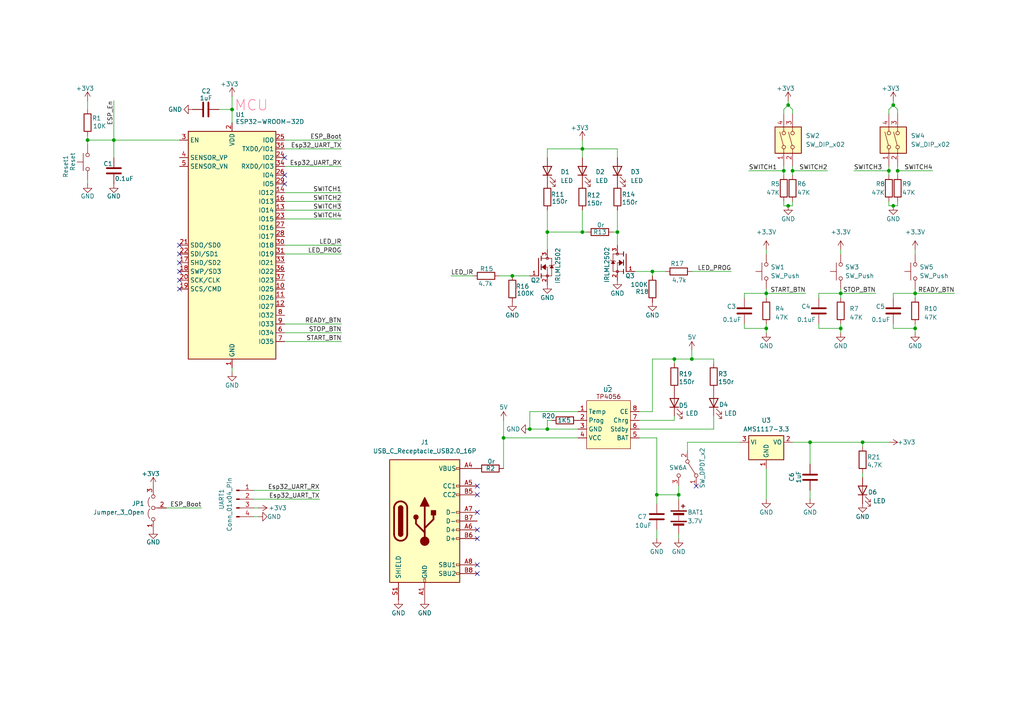
<source format=kicad_sch>
(kicad_sch (version 20231120) (generator "eeschema") (generator_version "8.0")
  (paper "A4")
  (lib_symbols
    (symbol "Connector:Conn_01x04_Pin" (pin_names (offset 1.016) hide)
      (property "Reference" "J" (at 0 5.08 0))
      (property "Value" "Conn_01x04_Pin" (at 0 -7.62 0))
      (symbol "Conn_01x04_Pin_1_1"
        (pin passive line (at 5.08 2.54 180) (length 3.81) (name "Pin_1") (number "1"))
        (pin passive line (at 5.08 0 180) (length 3.81) (name "Pin_2") (number "2"))
        (pin passive line (at 5.08 -2.54 180) (length 3.81) (name "Pin_3") (number "3"))
        (pin passive line (at 5.08 -5.08 180) (length 3.81) (name "Pin_4") (number "4"))
      )
    )
    (symbol "Connector:USB_C_Receptacle_USB2.0_16P" (pin_names (offset 1.016))
      (property "Reference" "J" (at 0 22.225 0))
      (property "Value" "USB_C_Receptacle_USB2.0_16P" (at 0 19.685 0))
      (symbol "USB_C_Receptacle_USB2.0_16P_1_1"
        (pin passive line (at 0 -22.86 90) (length 5.08) (name "GND") (number "A1"))
        (pin passive line (at 0 -22.86 90) (length 5.08) hide (name "GND") (number "A12"))
        (pin passive line (at 15.24 15.24 180) (length 5.08) (name "VBUS") (number "A4"))
        (pin bidirectional line (at 15.24 10.16 180) (length 5.08) (name "CC1") (number "A5"))
        (pin bidirectional line (at 15.24 -2.54 180) (length 5.08) (name "D+") (number "A6"))
        (pin bidirectional line (at 15.24 2.54 180) (length 5.08) (name "D-") (number "A7"))
        (pin bidirectional line (at 15.24 -12.7 180) (length 5.08) (name "SBU1") (number "A8"))
        (pin passive line (at 15.24 15.24 180) (length 5.08) hide (name "VBUS") (number "A9"))
        (pin passive line (at 0 -22.86 90) (length 5.08) hide (name "GND") (number "B1"))
        (pin passive line (at 0 -22.86 90) (length 5.08) hide (name "GND") (number "B12"))
        (pin passive line (at 15.24 15.24 180) (length 5.08) hide (name "VBUS") (number "B4"))
        (pin bidirectional line (at 15.24 7.62 180) (length 5.08) (name "CC2") (number "B5"))
        (pin bidirectional line (at 15.24 -5.08 180) (length 5.08) (name "D+") (number "B6"))
        (pin bidirectional line (at 15.24 0 180) (length 5.08) (name "D-") (number "B7"))
        (pin bidirectional line (at 15.24 -15.24 180) (length 5.08) (name "SBU2") (number "B8"))
        (pin passive line (at 15.24 15.24 180) (length 5.08) hide (name "VBUS") (number "B9"))
        (pin passive line (at -7.62 -22.86 90) (length 5.08) (name "SHIELD") (number "S1"))
      )
    )
    (symbol "Device:Battery" (pin_numbers hide) (pin_names (offset 0) hide)
      (property "Reference" "BT" (at 2.54 2.54 0))
      (property "Value" "Battery" (at 2.54 0 0))
      (symbol "Battery_1_1"
        (pin passive line (at 0 5.08 270) (length 2.54) (name "+") (number "1"))
        (pin passive line (at 0 -5.08 90) (length 2.54) (name "-") (number "2"))
      )
    )
    (symbol "Device:C" (pin_numbers hide) (pin_names (offset 0.254))
      (property "Reference" "C" (at 0.635 2.54 0))
      (property "Value" "C" (at 0.635 -2.54 0))
      (symbol "C_1_1"
        (pin passive line (at 0 3.81 270) (length 2.794) (name "~") (number "1"))
        (pin passive line (at 0 -3.81 90) (length 2.794) (name "~") (number "2"))
      )
    )
    (symbol "Device:LED" (pin_numbers hide) (pin_names (offset 1.016) hide)
      (property "Reference" "D" (at 0 2.54 0))
      (property "Value" "LED" (at 0 -2.54 0))
      (symbol "LED_1_1"
        (pin passive line (at -3.81 0 0) (length 2.54) (name "K") (number "1"))
        (pin passive line (at 3.81 0 180) (length 2.54) (name "A") (number "2"))
      )
    )
    (symbol "Device:R" (pin_numbers hide) (pin_names (offset 0))
      (property "Reference" "R" (at 2.032 0 90))
      (property "Value" "R" (at 0 0 90))
      (symbol "R_1_1"
        (pin passive line (at 0 3.81 270) (length 1.27) (name "~") (number "1"))
        (pin passive line (at 0 -3.81 90) (length 1.27) (name "~") (number "2"))
      )
    )
    (symbol "IRLML2502_1" (pin_names (offset 1.016))
      (property "Reference" "Q2" (at 3.175 1.2701 0))
      (property "Value" "IRLML2502" (at 3.175 -1.2699 0))
      (symbol "IRLML2502_1_0_0"
        (pin passive line (at 12.065 -2.54 180) (length 2.54) (name "~") (number "1"))
        (pin passive line (at 6.985 -5.08 90) (length 2.54) (name "~") (number "2"))
        (pin passive line (at 6.985 5.08 270) (length 2.54) (name "~") (number "3"))
      )
    )
    (symbol "Jumper:Jumper_3_Open" (pin_names (offset 0) hide) (exclude_from_sim yes) (in_bom no)
      (property "Reference" "JP" (at -2.54 -2.54 0))
      (property "Value" "Jumper_3_Open" (at 0 2.794 0))
      (symbol "Jumper_3_Open_1_1"
        (pin passive line (at -6.35 0 0) (length 2.54) (name "A") (number "1"))
        (pin passive line (at 0 -3.81 90) (length 2.54) (name "C") (number "2"))
        (pin passive line (at 6.35 0 180) (length 2.54) (name "B") (number "3"))
      )
    )
    (symbol "Perico:IRLML2502" (pin_names (offset 1.016))
      (property "Reference" "Q" (at -8.89 2.54 0))
      (property "Value" "IRLML2502" (at -9.144 -6.858 0))
      (symbol "IRLML2502_0_0"
        (pin passive line (at -2.54 -2.54 0) (length 2.54) (name "~") (number "1"))
        (pin passive line (at 2.54 -5.08 90) (length 2.54) (name "~") (number "2"))
        (pin passive line (at 2.54 5.08 270) (length 2.54) (name "~") (number "3"))
      )
    )
    (symbol "Perico:TP4056"
      (property "Reference" "U" (at 0 0 0))
      (symbol "TP4056_0_0"
        (pin unspecified line (at 0 0 0) (length 2.54) (name "Temp") (number "1"))
        (pin unspecified line (at 0 -2.54 0) (length 2.54) (name "Prog") (number "2"))
        (pin unspecified line (at 0 -5.08 0) (length 2.54) (name "GND") (number "3"))
        (pin unspecified line (at 0 -7.62 0) (length 2.54) (name "VCC") (number "4"))
        (pin unspecified line (at 17.78 -7.62 180) (length 2.54) (name "BAT") (number "5"))
        (pin unspecified line (at 17.78 -5.08 180) (length 2.54) (name "Stdby") (number "6"))
        (pin unspecified line (at 17.78 -2.54 180) (length 2.54) (name "Chrg") (number "7"))
      )
      (symbol "TP4056_1_0"
        (pin unspecified line (at 17.78 0 180) (length 2.54) (name "CE") (number "8"))
      )
      (symbol "TP4056_1_1"
        (text "TP4056\n" (at 8.89 4.318 0) (effects (font (size 1.27 1.27))))
      )
    )
    (symbol "RF_Module:ESP32-WROOM-32D"
      (property "Reference" "U" (at -12.7 34.29 0))
      (property "Value" "ESP32-WROOM-32D" (at 1.27 34.29 0))
      (symbol "ESP32-WROOM-32D_1_1"
        (pin power_in line (at 0 -35.56 90) (length 2.54) (name "GND") (number "1"))
        (pin bidirectional line (at 15.24 -12.7 180) (length 2.54) (name "IO25") (number "10"))
        (pin bidirectional line (at 15.24 -15.24 180) (length 2.54) (name "IO26") (number "11"))
        (pin bidirectional line (at 15.24 -17.78 180) (length 2.54) (name "IO27") (number "12"))
        (pin bidirectional line (at 15.24 10.16 180) (length 2.54) (name "IO14") (number "13"))
        (pin bidirectional line (at 15.24 15.24 180) (length 2.54) (name "IO12") (number "14"))
        (pin passive line (at 0 -35.56 90) (length 2.54) hide (name "GND") (number "15"))
        (pin bidirectional line (at 15.24 12.7 180) (length 2.54) (name "IO13") (number "16"))
        (pin bidirectional line (at -15.24 -5.08 0) (length 2.54) (name "SHD/SD2") (number "17"))
        (pin bidirectional line (at -15.24 -7.62 0) (length 2.54) (name "SWP/SD3") (number "18"))
        (pin bidirectional line (at -15.24 -12.7 0) (length 2.54) (name "SCS/CMD") (number "19"))
        (pin power_in line (at 0 35.56 270) (length 2.54) (name "VDD") (number "2"))
        (pin bidirectional line (at -15.24 -10.16 0) (length 2.54) (name "SCK/CLK") (number "20"))
        (pin bidirectional line (at -15.24 0 0) (length 2.54) (name "SDO/SD0") (number "21"))
        (pin bidirectional line (at -15.24 -2.54 0) (length 2.54) (name "SDI/SD1") (number "22"))
        (pin bidirectional line (at 15.24 7.62 180) (length 2.54) (name "IO15") (number "23"))
        (pin bidirectional line (at 15.24 25.4 180) (length 2.54) (name "IO2") (number "24"))
        (pin bidirectional line (at 15.24 30.48 180) (length 2.54) (name "IO0") (number "25"))
        (pin bidirectional line (at 15.24 20.32 180) (length 2.54) (name "IO4") (number "26"))
        (pin bidirectional line (at 15.24 5.08 180) (length 2.54) (name "IO16") (number "27"))
        (pin bidirectional line (at 15.24 2.54 180) (length 2.54) (name "IO17") (number "28"))
        (pin bidirectional line (at 15.24 17.78 180) (length 2.54) (name "IO5") (number "29"))
        (pin input line (at -15.24 30.48 0) (length 2.54) (name "EN") (number "3"))
        (pin bidirectional line (at 15.24 0 180) (length 2.54) (name "IO18") (number "30"))
        (pin bidirectional line (at 15.24 -2.54 180) (length 2.54) (name "IO19") (number "31"))
        (pin no_connect line (at -12.7 -27.94 0) (length 2.54) hide (name "NC") (number "32"))
        (pin bidirectional line (at 15.24 -5.08 180) (length 2.54) (name "IO21") (number "33"))
        (pin bidirectional line (at 15.24 22.86 180) (length 2.54) (name "RXD0/IO3") (number "34"))
        (pin bidirectional line (at 15.24 27.94 180) (length 2.54) (name "TXD0/IO1") (number "35"))
        (pin bidirectional line (at 15.24 -7.62 180) (length 2.54) (name "IO22") (number "36"))
        (pin bidirectional line (at 15.24 -10.16 180) (length 2.54) (name "IO23") (number "37"))
        (pin passive line (at 0 -35.56 90) (length 2.54) hide (name "GND") (number "38"))
        (pin passive line (at 0 -35.56 90) (length 2.54) hide (name "GND") (number "39"))
        (pin input line (at -15.24 25.4 0) (length 2.54) (name "SENSOR_VP") (number "4"))
        (pin input line (at -15.24 22.86 0) (length 2.54) (name "SENSOR_VN") (number "5"))
        (pin input line (at 15.24 -25.4 180) (length 2.54) (name "IO34") (number "6"))
        (pin input line (at 15.24 -27.94 180) (length 2.54) (name "IO35") (number "7"))
        (pin bidirectional line (at 15.24 -20.32 180) (length 2.54) (name "IO32") (number "8"))
        (pin bidirectional line (at 15.24 -22.86 180) (length 2.54) (name "IO33") (number "9"))
      )
    )
    (symbol "Regulator_Linear:AMS1117-3.3"
      (property "Reference" "U" (at -3.81 3.175 0))
      (property "Value" "AMS1117-3.3" (at 0 3.175 0))
      (symbol "AMS1117-3.3_1_1"
        (pin power_in line (at 0 -7.62 90) (length 2.54) (name "GND") (number "1"))
        (pin power_out line (at 7.62 0 180) (length 2.54) (name "VO") (number "2"))
        (pin power_in line (at -7.62 0 0) (length 2.54) (name "VI") (number "3"))
      )
    )
    (symbol "Switch:SW_DIP_x02" (pin_names (offset 0) hide)
      (property "Reference" "SW" (at 0 6.35 0))
      (property "Value" "SW_DIP_x02" (at 0 -3.81 0))
      (symbol "SW_DIP_x02_1_1"
        (pin passive line (at -7.62 2.54 0) (length 5.08) (name "~") (number "1"))
        (pin passive line (at -7.62 0 0) (length 5.08) (name "~") (number "2"))
        (pin passive line (at 7.62 0 180) (length 5.08) (name "~") (number "3"))
        (pin passive line (at 7.62 2.54 180) (length 5.08) (name "~") (number "4"))
      )
    )
    (symbol "Switch:SW_DPDT_x2" (pin_names (offset 0) hide)
      (property "Reference" "SW" (at 0 4.318 0))
      (property "Value" "SW_DPDT_x2" (at 0 -5.08 0))
      (symbol "SW_DPDT_x2_1_1"
        (pin passive line (at 5.08 2.54 180) (length 2.54) (name "A") (number "1"))
        (pin passive line (at -5.08 0 0) (length 2.54) (name "B") (number "2"))
        (pin passive line (at 5.08 -2.54 180) (length 2.54) (name "C") (number "3"))
      )
      (symbol "SW_DPDT_x2_2_1"
        (pin passive line (at 5.08 2.54 180) (length 2.54) (name "A") (number "4"))
        (pin passive line (at -5.08 0 0) (length 2.54) (name "B") (number "5"))
        (pin passive line (at 5.08 -2.54 180) (length 2.54) (name "C") (number "6"))
      )
    )
    (symbol "Switch:SW_Push" (pin_numbers hide) (pin_names (offset 1.016) hide)
      (property "Reference" "SW" (at 1.27 2.54 0))
      (property "Value" "SW_Push" (at 0 -1.524 0))
      (symbol "SW_Push_0_1"
        (pin passive line (at -5.08 0 0) (length 2.54) (name "1") (number "1"))
        (pin passive line (at 5.08 0 180) (length 2.54) (name "2") (number "2"))
      )
    )
    (symbol "power:+3.3V" (power) (pin_names (offset 0))
      (property "Value" "+3.3V" (at 0 3.556 0))
      (symbol "+3.3V_1_1"
        (pin power_in line (at 0 0 90) (length 0) hide (name "+3.3V") (number "1"))
      )
    )
    (symbol "power:+3V3" (power) (pin_numbers hide) (pin_names (offset 0) hide)
      (property "Value" "+3V3" (at 0 3.556 0))
      (symbol "+3V3_1_1"
        (pin power_in line (at 0 0 90) (length 0) (name "~") (number "1"))
      )
    )
    (symbol "power:GND" (power) (pin_numbers hide) (pin_names (offset 0) hide)
      (property "Value" "GND" (at 0 -3.81 0))
      (symbol "GND_1_1"
        (pin power_in line (at 0 0 270) (length 0) (name "~") (number "1"))
      )
    )
  )
  (junction (at 257.81 49.53))
  (junction (at 250.19 128.27))
  (junction (at 67.31 31.75))
  (junction (at 189.23 78.74))
  (junction (at 243.84 85.09))
  (junction (at 265.43 85.09))
  (junction (at 168.91 67.31))
  (junction (at 179.07 67.31))
  (junction (at 190.5 143.51))
  (junction (at 243.84 95.25))
  (junction (at 234.95 128.27))
  (junction (at 222.25 85.09))
  (junction (at 228.6 30.48))
  (junction (at 260.35 49.53))
  (junction (at 259.08 59.69))
  (junction (at 168.91 43.18))
  (junction (at 158.75 124.46))
  (junction (at 153.67 124.46))
  (junction (at 228.6 59.69))
  (junction (at 195.58 104.14))
  (junction (at 146.05 127))
  (junction (at 33.02 40.64))
  (junction (at 158.75 67.31))
  (junction (at 259.08 30.48))
  (junction (at 229.87 49.53))
  (junction (at 222.25 95.25))
  (junction (at 25.4 40.64))
  (junction (at 148.59 80.01))
  (junction (at 227.33 49.53))
  (junction (at 200.66 104.14))
  (junction (at 265.43 95.25))
  (junction (at 196.85 143.51))
  (no_connect (at 52.07 81.28))
  (no_connect (at 201.93 140.97))
  (no_connect (at 82.55 53.34))
  (no_connect (at 138.43 140.97))
  (no_connect (at 52.07 73.66))
  (no_connect (at 82.55 50.8))
  (no_connect (at 138.43 156.21))
  (no_connect (at 52.07 71.12))
  (no_connect (at 138.43 153.67))
  (no_connect (at 82.55 45.72))
  (no_connect (at 138.43 143.51))
  (no_connect (at 138.43 163.83))
  (no_connect (at 138.43 148.59))
  (no_connect (at 52.07 78.74))
  (no_connect (at 52.07 83.82))
  (no_connect (at 138.43 166.37))
  (no_connect (at 52.07 76.2))
  (wire (pts (xy 229.87 31.75) (xy 229.87 33.02)))
  (wire (pts (xy 196.85 156.21) (xy 196.85 154.94)))
  (wire (pts (xy 25.4 52.07) (xy 25.4 53.34)))
  (wire (pts (xy 82.55 48.26) (xy 99.06 48.26)))
  (wire (pts (xy 158.75 124.46) (xy 167.64 124.46)))
  (wire (pts (xy 265.43 85.09) (xy 259.08 85.09)))
  (wire (pts (xy 82.55 96.52) (xy 99.06 96.52)))
  (wire (pts (xy 227.33 58.42) (xy 227.33 59.69)))
  (wire (pts (xy 179.07 67.31) (xy 177.8 67.31)))
  (wire (pts (xy 257.81 31.75) (xy 257.81 33.02)))
  (wire (pts (xy 73.66 147.32) (xy 74.93 147.32)))
  (wire (pts (xy 168.91 43.18) (xy 179.07 43.18)))
  (wire (pts (xy 148.59 80.01) (xy 153.67 80.01)))
  (wire (pts (xy 185.42 127) (xy 190.5 127)))
  (wire (pts (xy 82.55 55.88) (xy 99.06 55.88)))
  (wire (pts (xy 265.43 83.82) (xy 265.43 85.09)))
  (wire (pts (xy 82.55 99.06) (xy 99.06 99.06)))
  (wire (pts (xy 215.9 85.09) (xy 215.9 86.36)))
  (wire (pts (xy 257.81 48.26) (xy 257.81 49.53)))
  (wire (pts (xy 168.91 40.64) (xy 168.91 43.18)))
  (wire (pts (xy 222.25 85.09) (xy 233.68 85.09)))
  (wire (pts (xy 195.58 104.14) (xy 200.66 104.14)))
  (wire (pts (xy 158.75 121.92) (xy 158.75 124.46)))
  (wire (pts (xy 257.81 49.53) (xy 257.81 50.8)))
  (wire (pts (xy 189.23 78.74) (xy 193.04 78.74)))
  (wire (pts (xy 82.55 43.18) (xy 99.06 43.18)))
  (wire (pts (xy 260.35 31.75) (xy 259.08 30.48)))
  (wire (pts (xy 222.25 85.09) (xy 215.9 85.09)))
  (wire (pts (xy 234.95 128.27) (xy 250.19 128.27)))
  (wire (pts (xy 67.31 31.75) (xy 67.31 35.56)))
  (wire (pts (xy 228.6 59.69) (xy 229.87 59.69)))
  (wire (pts (xy 265.43 85.09) (xy 265.43 86.36)))
  (wire (pts (xy 168.91 43.18) (xy 168.91 45.72)))
  (wire (pts (xy 144.78 80.01) (xy 148.59 80.01)))
  (wire (pts (xy 25.4 39.37) (xy 25.4 40.64)))
  (wire (pts (xy 158.75 67.31) (xy 168.91 67.31)))
  (wire (pts (xy 260.35 49.53) (xy 270.51 49.53)))
  (wire (pts (xy 73.66 142.24) (xy 92.71 142.24)))
  (wire (pts (xy 237.49 95.25) (xy 243.84 95.25)))
  (wire (pts (xy 25.4 40.64) (xy 33.02 40.64)))
  (wire (pts (xy 259.08 93.98) (xy 259.08 95.25)))
  (wire (pts (xy 250.19 137.16) (xy 250.19 138.43)))
  (wire (pts (xy 82.55 58.42) (xy 99.06 58.42)))
  (wire (pts (xy 195.58 104.14) (xy 195.58 105.41)))
  (wire (pts (xy 190.5 127) (xy 190.5 143.51)))
  (wire (pts (xy 215.9 93.98) (xy 215.9 95.25)))
  (wire (pts (xy 73.66 144.78) (xy 92.71 144.78)))
  (wire (pts (xy 259.08 95.25) (xy 265.43 95.25)))
  (wire (pts (xy 158.75 121.92) (xy 160.02 121.92)))
  (wire (pts (xy 237.49 85.09) (xy 237.49 86.36)))
  (wire (pts (xy 259.08 59.69) (xy 260.35 59.69)))
  (wire (pts (xy 73.66 149.86) (xy 74.93 149.86)))
  (wire (pts (xy 234.95 142.24) (xy 234.95 144.78)))
  (wire (pts (xy 158.75 67.31) (xy 158.75 72.39)))
  (wire (pts (xy 229.87 49.53) (xy 229.87 50.8)))
  (wire (pts (xy 25.4 29.21) (xy 25.4 31.75)))
  (wire (pts (xy 82.55 40.64) (xy 99.06 40.64)))
  (wire (pts (xy 222.25 72.39) (xy 222.25 73.66)))
  (wire (pts (xy 199.39 128.27) (xy 199.39 130.81)))
  (wire (pts (xy 257.81 31.75) (xy 259.08 30.48)))
  (wire (pts (xy 179.07 60.96) (xy 179.07 67.31)))
  (wire (pts (xy 146.05 121.92) (xy 146.05 127)))
  (wire (pts (xy 243.84 95.25) (xy 243.84 96.52)))
  (wire (pts (xy 229.87 31.75) (xy 228.6 30.48)))
  (wire (pts (xy 260.35 48.26) (xy 260.35 49.53)))
  (wire (pts (xy 189.23 104.14) (xy 189.23 119.38)))
  (wire (pts (xy 243.84 85.09) (xy 254 85.09)))
  (wire (pts (xy 250.19 128.27) (xy 257.81 128.27)))
  (wire (pts (xy 153.67 119.38) (xy 167.64 119.38)))
  (wire (pts (xy 222.25 93.98) (xy 222.25 95.25)))
  (wire (pts (xy 260.35 31.75) (xy 260.35 33.02)))
  (wire (pts (xy 265.43 85.09) (xy 276.86 85.09)))
  (wire (pts (xy 168.91 67.31) (xy 170.18 67.31)))
  (wire (pts (xy 215.9 95.25) (xy 222.25 95.25)))
  (wire (pts (xy 229.87 59.69) (xy 229.87 58.42)))
  (wire (pts (xy 185.42 124.46) (xy 207.01 124.46)))
  (wire (pts (xy 243.84 93.98) (xy 243.84 95.25)))
  (wire (pts (xy 190.5 153.67) (xy 190.5 156.21)))
  (wire (pts (xy 227.33 48.26) (xy 227.33 49.53)))
  (wire (pts (xy 130.81 80.01) (xy 137.16 80.01)))
  (wire (pts (xy 82.55 71.12) (xy 99.06 71.12)))
  (wire (pts (xy 158.75 60.96) (xy 158.75 67.31)))
  (wire (pts (xy 217.17 49.53) (xy 227.33 49.53)))
  (wire (pts (xy 196.85 143.51) (xy 196.85 140.97)))
  (wire (pts (xy 265.43 72.39) (xy 265.43 73.66)))
  (wire (pts (xy 67.31 27.94) (xy 67.31 31.75)))
  (wire (pts (xy 158.75 43.18) (xy 158.75 45.72)))
  (wire (pts (xy 265.43 93.98) (xy 265.43 95.25)))
  (wire (pts (xy 48.26 147.32) (xy 58.42 147.32)))
  (wire (pts (xy 257.81 58.42) (xy 257.81 59.69)))
  (wire (pts (xy 25.4 40.64) (xy 25.4 41.91)))
  (wire (pts (xy 184.15 78.74) (xy 189.23 78.74)))
  (wire (pts (xy 243.84 85.09) (xy 237.49 85.09)))
  (wire (pts (xy 243.84 72.39) (xy 243.84 73.66)))
  (wire (pts (xy 196.85 144.78) (xy 196.85 143.51)))
  (wire (pts (xy 265.43 95.25) (xy 265.43 96.52)))
  (wire (pts (xy 243.84 85.09) (xy 243.84 86.36)))
  (wire (pts (xy 260.35 59.69) (xy 260.35 58.42)))
  (wire (pts (xy 190.5 143.51) (xy 196.85 143.51)))
  (wire (pts (xy 82.55 63.5) (xy 99.06 63.5)))
  (wire (pts (xy 227.33 31.75) (xy 228.6 30.48)))
  (wire (pts (xy 146.05 135.89) (xy 146.05 127)))
  (wire (pts (xy 200.66 78.74) (xy 212.09 78.74)))
  (wire (pts (xy 229.87 128.27) (xy 234.95 128.27)))
  (wire (pts (xy 179.07 67.31) (xy 179.07 71.12)))
  (wire (pts (xy 189.23 78.74) (xy 189.23 80.01)))
  (wire (pts (xy 82.55 93.98) (xy 99.06 93.98)))
  (wire (pts (xy 199.39 128.27) (xy 214.63 128.27)))
  (wire (pts (xy 257.81 59.69) (xy 259.08 59.69)))
  (wire (pts (xy 228.6 29.21) (xy 228.6 30.48)))
  (wire (pts (xy 250.19 129.54) (xy 250.19 128.27)))
  (wire (pts (xy 82.55 73.66) (xy 99.06 73.66)))
  (wire (pts (xy 195.58 120.65) (xy 195.58 121.92)))
  (wire (pts (xy 259.08 29.21) (xy 259.08 30.48)))
  (wire (pts (xy 189.23 104.14) (xy 195.58 104.14)))
  (wire (pts (xy 227.33 49.53) (xy 227.33 50.8)))
  (wire (pts (xy 33.02 40.64) (xy 52.07 40.64)))
  (wire (pts (xy 146.05 127) (xy 167.64 127)))
  (wire (pts (xy 67.31 107.95) (xy 67.31 106.68)))
  (wire (pts (xy 200.66 101.6) (xy 200.66 104.14)))
  (wire (pts (xy 33.02 29.21) (xy 33.02 40.64)))
  (wire (pts (xy 222.25 83.82) (xy 222.25 85.09)))
  (wire (pts (xy 158.75 43.18) (xy 168.91 43.18)))
  (wire (pts (xy 222.25 85.09) (xy 222.25 86.36)))
  (wire (pts (xy 200.66 104.14) (xy 207.01 104.14)))
  (wire (pts (xy 33.02 40.64) (xy 33.02 45.72)))
  (wire (pts (xy 222.25 144.78) (xy 222.25 135.89)))
  (wire (pts (xy 229.87 49.53) (xy 240.03 49.53)))
  (wire (pts (xy 207.01 120.65) (xy 207.01 124.46)))
  (wire (pts (xy 185.42 121.92) (xy 195.58 121.92)))
  (wire (pts (xy 82.55 60.96) (xy 99.06 60.96)))
  (wire (pts (xy 168.91 60.96) (xy 168.91 67.31)))
  (wire (pts (xy 185.42 119.38) (xy 189.23 119.38)))
  (wire (pts (xy 63.5 31.75) (xy 67.31 31.75)))
  (wire (pts (xy 237.49 93.98) (xy 237.49 95.25)))
  (wire (pts (xy 260.35 49.53) (xy 260.35 50.8)))
  (wire (pts (xy 227.33 59.69) (xy 228.6 59.69)))
  (wire (pts (xy 243.84 83.82) (xy 243.84 85.09)))
  (wire (pts (xy 227.33 31.75) (xy 227.33 33.02)))
  (wire (pts (xy 234.95 128.27) (xy 234.95 134.62)))
  (wire (pts (xy 247.65 49.53) (xy 257.81 49.53)))
  (wire (pts (xy 153.67 124.46) (xy 158.75 124.46)))
  (wire (pts (xy 190.5 146.05) (xy 190.5 143.51)))
  (wire (pts (xy 207.01 104.14) (xy 207.01 105.41)))
  (wire (pts (xy 259.08 85.09) (xy 259.08 86.36)))
  (wire (pts (xy 179.07 43.18) (xy 179.07 45.72)))
  (wire (pts (xy 229.87 48.26) (xy 229.87 49.53)))
  (wire (pts (xy 222.25 95.25) (xy 222.25 96.52)))
  (wire (pts (xy 153.67 119.38) (xy 153.67 124.46)))
  (text "MCU\n" (at 72.898 30.734 0) (effects (font (size 3.048 3.048))))
  (label "START_BTN" (at 99.06 99.06 180))
  (label "Esp32_UART_TX" (at 99.06 43.18 180))
  (label "SWITCH4" (at 270.51 49.53 180))
  (label "LED_PROG" (at 99.06 73.66 180))
  (label "Esp32_UART_RX" (at 99.06 48.26 180))
  (label "LED_PROG" (at 212.09 78.74 180))
  (label "SWITCH2" (at 99.06 58.42 180))
  (label "ESP_En" (at 33.02 29.21 270))
  (label "ESP_Boot" (at 58.42 147.32 180))
  (label "STOP_BTN" (at 99.06 96.52 180))
  (label "SWITCH3" (at 99.06 60.96 180))
  (label "Esp32_UART_RX" (at 92.71 142.24 180))
  (label "START_BTN" (at 233.68 85.09 180))
  (label "Esp32_UART_TX" (at 92.71 144.78 180))
  (label "SWITCH1" (at 99.06 55.88 180))
  (label "SWITCH1" (at 217.17 49.53 0))
  (label "SWITCH3" (at 247.65 49.53 0))
  (label "SWITCH2" (at 240.03 49.53 180))
  (label "LED_IR" (at 130.81 80.01 0))
  (label "SWITCH4" (at 99.06 63.5 180))
  (label "ESP_Boot" (at 99.06 40.64 180))
  (label "READY_BTN" (at 99.06 93.98 180))
  (label "LED_IR" (at 99.06 71.12 180))
  (label "STOP_BTN" (at 254 85.09 180))
  (label "READY_BTN" (at 276.86 85.09 180))
  (symbol (lib_id "Device:R") (at 168.91 57.15 0) (unit 1)
    (property "Reference" "R12" (at 170.18 56.642 0) (effects (justify left)))
    (property "Value" "150r" (at 170.18 58.928 0) (effects (justify left)))
    (property "Footprint" "Resistor_SMD:R_0805_2012Metric_Pad1.20x1.40mm_HandSolder" (effects (hide yes)))
    (property "Description" "Resistor" (effects (hide yes)))
  )
  (symbol (lib_id "power:+3V3") (at 228.6 29.21 0) (unit 1)
    (property "Reference" "#PWR015" (effects (hide yes)))
    (property "Value" "+3V3" (at 227.838 25.654 0))
    (property "Description" "Power symbol creates a global label with name \"+3V3\"" (effects (hide yes)))
  )
  (symbol (lib_id "Device:R") (at 265.43 90.17 0) (unit 1)
    (property "Reference" "R10" (at 267.97 89.535 0) (effects (justify left)))
    (property "Value" "47K" (at 267.97 92.075 0) (effects (justify left)))
    (property "Footprint" "Resistor_SMD:R_0805_2012Metric_Pad1.20x1.40mm_HandSolder" (effects (hide yes)))
  )
  (symbol (lib_id "power:+3.3V") (at 265.43 72.39 0) (unit 1)
    (property "Reference" "#PWR021" (effects (hide yes)))
    (property "Value" "+3.3V" (at 265.43 67.31 0))
  )
  (symbol (lib_id "power:GND") (at 148.59 87.63 0) (unit 1)
    (property "Reference" "#PWR028" (effects (hide yes)))
    (property "Value" "GND" (at 148.59 91.44 0))
    (property "Description" "Power symbol creates a global label with name \"GND\" , ground" (effects (hide yes)))
  )
  (symbol (lib_id "Device:R") (at 148.59 83.82 0) (unit 1)
    (property "Reference" "R16" (at 149.606 83.058 0) (effects (justify left)))
    (property "Value" "100K" (at 149.86 85.09 0) (effects (justify left)))
    (property "Footprint" "Resistor_SMD:R_0805_2012Metric_Pad1.20x1.40mm_HandSolder" (effects (hide yes)))
    (property "Description" "Resistor" (effects (hide yes)))
  )
  (symbol (lib_id "power:GND") (at 123.19 173.99 0) (unit 1)
    (property "Reference" "#PWR030" (effects (hide yes)))
    (property "Value" "GND" (at 123.19 177.8 0))
    (property "Description" "Power symbol creates a global label with name \"GND\" , ground" (effects (hide yes)))
  )
  (symbol (lib_id "Device:R") (at 207.01 109.22 0) (unit 1)
    (property "Reference" "R3" (at 208.28 108.458 0) (effects (justify left)))
    (property "Value" "150r" (at 208.28 110.744 0) (effects (justify left)))
    (property "Footprint" "Resistor_SMD:R_0805_2012Metric_Pad1.20x1.40mm_HandSolder" (effects (hide yes)))
    (property "Description" "Resistor" (effects (hide yes)))
  )
  (symbol (lib_id "power:GND") (at 179.07 81.28 0) (unit 1)
    (property "Reference" "#PWR025" (effects (hide yes)))
    (property "Value" "GND" (at 179.07 85.09 0))
    (property "Description" "Power symbol creates a global label with name \"GND\" , ground" (effects (hide yes)))
  )
  (symbol (lib_id "Device:R") (at 142.24 135.89 90) (unit 1)
    (property "Reference" "R2" (at 142.24 135.89 90))
    (property "Value" "0r" (at 142.494 133.858 90))
    (property "Footprint" "Resistor_SMD:R_0805_2012Metric_Pad1.20x1.40mm_HandSolder" (effects (hide yes)))
    (property "Description" "Resistor" (effects (hide yes)))
  )
  (symbol (lib_id "power:GND") (at 222.25 144.78 0) (unit 1)
    (property "Reference" "#PWR029" (effects (hide yes)))
    (property "Value" "GND" (at 222.25 148.59 0))
    (property "Description" "Power symbol creates a global label with name \"GND\" , ground" (effects (hide yes)))
  )
  (symbol (lib_id "power:GND") (at 259.08 59.69 0) (unit 1)
    (property "Reference" "#PWR020" (effects (hide yes)))
    (property "Value" "GND" (at 259.08 63.5 0))
  )
  (symbol (lib_id "Device:R") (at 243.84 90.17 0) (unit 1)
    (property "Reference" "R7" (at 246.38 89.535 0) (effects (justify left)))
    (property "Value" "47K" (at 246.38 92.075 0) (effects (justify left)))
    (property "Footprint" "Resistor_SMD:R_0805_2012Metric_Pad1.20x1.40mm_HandSolder" (effects (hide yes)))
  )
  (symbol (lib_id "power:GND") (at 228.6 59.69 0) (unit 1)
    (property "Reference" "#PWR016" (effects (hide yes)))
    (property "Value" "GND" (at 228.6 63.5 0))
  )
  (symbol (lib_id "Switch:SW_DPDT_x2") (at 199.39 135.89 270) (unit 1)
    (property "Reference" "SW6" (at 194.056 135.636 90) (effects (justify left)))
    (property "Value" "SW_DPDT_x2" (at 203.708 129.794 0) (effects (justify left)))
    (property "Footprint" "Button_Switch_SMD:SW_SPDT_PCM12" (effects (hide yes)))
    (property "Aliexpress" "https://es.aliexpress.com/item/32963237441.html" (effects (hide yes)))
  )
  (symbol (lib_name "IRLML2502_1") (lib_id "Perico:IRLML2502") (at 172.085 76.2 0) (unit 1)
    (property "Reference" "Q3" (at 181.356 80.01 0) (effects (justify left)))
    (property "Value" "IRLML2502" (at 176.022 82.042 90) (effects (justify left)))
    (property "Footprint" "Perico:SOT23(IRLML2502)" (effects (hide yes)))
    (property "MF" "Infineon Technologies" (effects (hide yes)))
    (property "MAXIMUM_PACKAGE_HEIGHT" "1.12 mm" (effects (hide yes)))
    (property "Package" "SOT-23-3 International Rectifier" (effects (hide yes)))
    (property "Price" "None" (effects (hide yes)))
    (property "Check_prices" "https://www.snapeda.com/parts/IRLML2502/Infineon+Technologies/view-part/?ref=eda" (effects (hide yes)))
    (property "STANDARD" "IPC 7351B" (effects (hide yes)))
    (property "PARTREV" "April 24, 2014" (effects (hide yes)))
    (property "SnapEDA_Link" "https://www.snapeda.com/parts/IRLML2502/Infineon+Technologies/view-part/?ref=snap" (effects (hide yes)))
    (property "SNAPEDA_PACKAGE_ID" "11907" (effects (hide yes)))
    (property "MP" "IRLML2502" (effects (hide yes)))
    (property "Purchase-URL" "https://www.snapeda.com/api/url_track_click_mouser/?unipart_id=453707&manufacturer=Infineon Technologies&part_name=IRLML2502&search_term=None" (effects (hide yes)))
    (property "Description_1" "\nN-Channel 20 V 4.2A (Ta) 1.25W (Ta) Surface Mount Micro3â„¢ /SOT-23\n" (effects (hide yes)))
    (property "SNAPEDA_PN" "IRLML2502" (effects (hide yes)))
    (property "Availability" "In Stock" (effects (hide yes)))
    (property "MANUFACTURER" "Infineon Technologies" (effects (hide yes)))
  )
  (symbol (lib_id "Device:R") (at 229.87 54.61 0) (unit 1)
    (property "Reference" "R6" (at 231.14 53.34 0) (effects (justify left)))
    (property "Value" "47K" (at 231.14 55.88 0) (effects (justify left)))
    (property "Footprint" "Resistor_SMD:R_0805_2012Metric_Pad1.20x1.40mm_HandSolder" (effects (hide yes)))
  )
  (symbol (lib_id "Device:LED") (at 168.91 49.53 90) (unit 1)
    (property "Reference" "D2" (at 172.72 49.8474 90) (effects (justify right)))
    (property "Value" "LED" (at 172.72 52.3874 90) (effects (justify right)))
    (property "Footprint" "LED_THT:LED_D5.0mm_Horizontal_O3.81mm_Z15.0mm" (effects (hide yes)))
    (property "Description" "Light emitting diode" (effects (hide yes)))
  )
  (symbol (lib_id "power:GND") (at 158.75 82.55 0) (unit 1)
    (property "Reference" "#PWR023" (effects (hide yes)))
    (property "Value" "GND" (at 158.75 86.36 0))
    (property "Description" "Power symbol creates a global label with name \"GND\" , ground" (effects (hide yes)))
  )
  (symbol (lib_id "power:GND") (at 190.5 156.21 0) (unit 1)
    (property "Reference" "#PWR035" (effects (hide yes)))
    (property "Value" "GND" (at 190.5 160.02 0))
    (property "Description" "Power symbol creates a global label with name \"GND\" , ground" (effects (hide yes)))
  )
  (symbol (lib_id "power:GND") (at 234.95 144.78 0) (unit 1)
    (property "Reference" "#PWR026" (effects (hide yes)))
    (property "Value" "GND" (at 234.95 148.59 0))
    (property "Description" "Power symbol creates a global label with name \"GND\" , ground" (effects (hide yes)))
  )
  (symbol (lib_id "power:GND") (at 33.02 53.34 0) (unit 1)
    (property "Reference" "#PWR03" (effects (hide yes)))
    (property "Value" "GND" (at 33.02 56.896 0))
    (property "Description" "Power symbol creates a global label with name \"GND\" , ground" (effects (hide yes)))
  )
  (symbol (lib_id "Device:R") (at 173.99 67.31 90) (unit 1)
    (property "Reference" "R13" (at 173.99 67.31 90))
    (property "Value" "0r" (at 174.244 65.278 90))
    (property "Footprint" "Resistor_SMD:R_0805_2012Metric_Pad1.20x1.40mm_HandSolder" (effects (hide yes)))
    (property "Description" "Resistor" (effects (hide yes)))
  )
  (symbol (lib_id "power:+3.3V") (at 200.66 101.6 0) (unit 1)
    (property "Reference" "#PWR032" (effects (hide yes)))
    (property "Value" "5V" (at 200.66 97.79 0))
  )
  (symbol (lib_id "Device:R") (at 25.4 35.56 0) (unit 1)
    (property "Reference" "R1" (at 26.67 34.29 0) (effects (justify left)))
    (property "Value" "10K" (at 26.924 36.576 0) (effects (justify left)))
    (property "Footprint" "Resistor_SMD:R_0805_2012Metric" (effects (hide yes)))
    (property "Description" "Resistor" (effects (hide yes)))
  )
  (symbol (lib_id "Switch:SW_Push") (at 243.84 78.74 90) (unit 1)
    (property "Reference" "SW3" (at 245.11 77.4699 90) (effects (justify right)))
    (property "Value" "SW_Push" (at 245.11 80.0099 90) (effects (justify right)))
    (property "Footprint" "Perico:Switch" (effects (hide yes)))
    (property "Description" "Push button switch, generic, two pins" (effects (hide yes)))
  )
  (symbol (lib_id "power:+3.3V") (at 222.25 72.39 0) (unit 1)
    (property "Reference" "#PWR013" (effects (hide yes)))
    (property "Value" "+3.3V" (at 222.25 67.31 0))
  )
  (symbol (lib_id "Device:R") (at 227.33 54.61 0) (unit 1)
    (property "Reference" "R5" (at 223.52 53.34 0) (effects (justify left)))
    (property "Value" "47K" (at 222.25 55.88 0) (effects (justify left)))
    (property "Footprint" "Resistor_SMD:R_0805_2012Metric_Pad1.20x1.40mm_HandSolder" (effects (hide yes)))
  )
  (symbol (lib_id "power:GND") (at 25.4 53.34 0) (unit 1)
    (property "Reference" "#PWR02" (effects (hide yes)))
    (property "Value" "GND" (at 25.4 56.896 0))
    (property "Description" "Power symbol creates a global label with name \"GND\" , ground" (effects (hide yes)))
  )
  (symbol (lib_id "Device:LED") (at 195.58 116.84 90) (unit 1)
    (property "Reference" "D5" (at 196.85 117.602 90) (effects (justify right)))
    (property "Value" "LED" (at 198.882 119.888 90) (effects (justify right)))
    (property "Footprint" "LED_SMD:LED_0805_2012Metric_Pad1.15x1.40mm_HandSolder" (effects (hide yes)))
    (property "Description" "Light emitting diode" (effects (hide yes)))
  )
  (symbol (lib_id "Device:R") (at 257.81 54.61 0) (unit 1)
    (property "Reference" "R8" (at 254 53.34 0) (effects (justify left)))
    (property "Value" "47K" (at 252.73 55.88 0) (effects (justify left)))
    (property "Footprint" "Resistor_SMD:R_0805_2012Metric_Pad1.20x1.40mm_HandSolder" (effects (hide yes)))
  )
  (symbol (lib_id "Device:R") (at 179.07 57.15 0) (unit 1)
    (property "Reference" "R14" (at 180.34 56.388 0) (effects (justify left)))
    (property "Value" "150r" (at 180.34 58.674 0) (effects (justify left)))
    (property "Footprint" "Resistor_SMD:R_0805_2012Metric_Pad1.20x1.40mm_HandSolder" (effects (hide yes)))
    (property "Description" "Resistor" (effects (hide yes)))
  )
  (symbol (lib_id "power:GND") (at 189.23 87.63 0) (unit 1)
    (property "Reference" "#PWR027" (effects (hide yes)))
    (property "Value" "GND" (at 189.23 91.44 0))
    (property "Description" "Power symbol creates a global label with name \"GND\" , ground" (effects (hide yes)))
  )
  (symbol (lib_id "Device:R") (at 196.85 78.74 90) (unit 1)
    (property "Reference" "R17" (at 198.374 76.454 90) (effects (justify left)))
    (property "Value" "4.7k" (at 199.136 81.28 90) (effects (justify left)))
    (property "Footprint" "Resistor_SMD:R_0805_2012Metric_Pad1.20x1.40mm_HandSolder" (effects (hide yes)))
    (property "Description" "Resistor" (effects (hide yes)))
  )
  (symbol (lib_id "Device:R") (at 189.23 83.82 180) (unit 1)
    (property "Reference" "R18" (at 188.214 84.582 0) (effects (justify left)))
    (property "Value" "100K" (at 187.96 82.55 0) (effects (justify left)))
    (property "Footprint" "Resistor_SMD:R_0805_2012Metric_Pad1.20x1.40mm_HandSolder" (effects (hide yes)))
    (property "Description" "Resistor" (effects (hide yes)))
  )
  (symbol (lib_id "Device:LED") (at 179.07 49.53 90) (unit 1)
    (property "Reference" "D3" (at 182.88 49.8474 90) (effects (justify right)))
    (property "Value" "LED" (at 182.88 52.3874 90) (effects (justify right)))
    (property "Footprint" "LED_THT:LED_D5.0mm_Horizontal_O3.81mm_Z15.0mm" (effects (hide yes)))
    (property "Description" "Light emitting diode" (effects (hide yes)))
  )
  (symbol (lib_id "power:+3V3") (at 25.4 29.21 0) (unit 1)
    (property "Reference" "#PWR01" (effects (hide yes)))
    (property "Value" "+3V3" (at 24.638 25.654 0))
    (property "Description" "Power symbol creates a global label with name \"+3V3\"" (effects (hide yes)))
  )
  (symbol (lib_id "Perico:TP4056") (at 167.64 119.38 0) (unit 1)
    (property "Reference" "U2" (at 176.276 113.03 0))
    (property "Value" "~" (at 176.53 111.76 0))
    (property "Footprint" "Perico:SOP-8-EP" (effects (hide yes)))
  )
  (symbol (lib_id "Device:LED") (at 158.75 49.53 90) (unit 1)
    (property "Reference" "D1" (at 162.56 49.8474 90) (effects (justify right)))
    (property "Value" "LED" (at 162.56 52.3874 90) (effects (justify right)))
    (property "Footprint" "LED_THT:LED_D5.0mm_Horizontal_O3.81mm_Z15.0mm" (effects (hide yes)))
    (property "Description" "Light emitting diode" (effects (hide yes)))
  )
  (symbol (lib_id "Switch:SW_DIP_x02") (at 229.87 40.64 90) (unit 1)
    (property "Reference" "SW2" (at 233.68 39.3699 90) (effects (justify right)))
    (property "Value" "SW_DIP_x02" (at 233.68 41.9099 90) (effects (justify right)))
    (property "Footprint" "Package_DIP:DIP-4_W7.62mm" (effects (hide yes)))
    (property "Description" "2x DIP Switch, Single Pole Single Throw (SPST) switch, small symbol" (effects (hide yes)))
  )
  (symbol (lib_id "Device:R") (at 158.75 57.15 0) (unit 1)
    (property "Reference" "R11" (at 159.766 56.388 0) (effects (justify left)))
    (property "Value" "150r" (at 160.02 58.42 0) (effects (justify left)))
    (property "Footprint" "Resistor_SMD:R_0805_2012Metric_Pad1.20x1.40mm_HandSolder" (effects (hide yes)))
    (property "Description" "Resistor" (effects (hide yes)))
  )
  (symbol (lib_id "power:+3.3V") (at 243.84 72.39 0) (unit 1)
    (property "Reference" "#PWR017" (effects (hide yes)))
    (property "Value" "+3.3V" (at 243.84 67.31 0))
  )
  (symbol (lib_id "Device:C") (at 234.95 138.43 0) (unit 1)
    (property "Reference" "C6" (at 229.616 139.7 90) (effects (justify left)))
    (property "Value" "1uF" (at 231.648 140.208 90) (effects (justify left)))
    (property "Footprint" "Capacitor_SMD:C_0805_2012Metric" (effects (hide yes)))
    (property "Description" "Unpolarized capacitor" (effects (hide yes)))
  )
  (symbol (lib_id "power:+3V3") (at 67.31 27.94 0) (unit 1)
    (property "Reference" "#PWR05" (effects (hide yes)))
    (property "Value" "+3V3" (at 66.548 24.384 0))
    (property "Description" "Power symbol creates a global label with name \"+3V3\"" (effects (hide yes)))
  )
  (symbol (lib_id "power:GND") (at 67.31 107.95 0) (unit 1)
    (property "Reference" "#PWR06" (effects (hide yes)))
    (property "Value" "GND" (at 67.31 111.76 0))
    (property "Description" "Power symbol creates a global label with name \"GND\" , ground" (effects (hide yes)))
  )
  (symbol (lib_id "power:+3V3") (at 74.93 147.32 270) (unit 1)
    (property "Reference" "#PWR011" (effects (hide yes)))
    (property "Value" "+3V3" (at 80.518 147.32 90))
    (property "Description" "Power symbol creates a global label with name \"+3V3\"" (effects (hide yes)))
  )
  (symbol (lib_id "Device:C") (at 33.02 49.53 0) (unit 1)
    (property "Reference" "C1" (at 29.972 47.498 0) (effects (justify left)))
    (property "Value" "0.1uF" (at 33.274 51.816 0) (effects (justify left)))
    (property "Footprint" "Capacitor_SMD:C_0805_2012Metric" (effects (hide yes)))
    (property "Description" "Unpolarized capacitor" (effects (hide yes)))
  )
  (symbol (lib_id "Regulator_Linear:AMS1117-3.3") (at 222.25 128.27 0) (unit 1)
    (property "Reference" "U3" (at 222.25 121.92 0))
    (property "Value" "AMS1117-3.3" (at 222.25 124.46 0))
    (property "Footprint" "Package_TO_SOT_SMD:SOT-89-3" (effects (hide yes)))
    (property "Datasheet" "http://www.advanced-monolithic.com/pdf/ds1117.pdf" (effects (hide yes)))
    (property "Description" "1A Low Dropout regulator, positive, 3.3V fixed output, SOT-223" (effects (hide yes)))
  )
  (symbol (lib_id "power:GND") (at 115.57 173.99 0) (unit 1)
    (property "Reference" "#PWR031" (effects (hide yes)))
    (property "Value" "GND" (at 115.57 177.8 0))
    (property "Description" "Power symbol creates a global label with name \"GND\" , ground" (effects (hide yes)))
  )
  (symbol (lib_id "Device:C") (at 59.69 31.75 270) (unit 1)
    (property "Reference" "C2" (at 58.42 26.416 90) (effects (justify left)))
    (property "Value" "1uF" (at 57.912 28.448 90) (effects (justify left)))
    (property "Footprint" "Capacitor_SMD:C_0805_2012Metric" (effects (hide yes)))
    (property "Description" "Unpolarized capacitor" (effects (hide yes)))
  )
  (symbol (lib_id "power:GND") (at 153.67 124.46 270) (unit 1)
    (property "Reference" "#PWR034" (effects (hide yes)))
    (property "Value" "GND" (at 148.844 124.46 90))
    (property "Description" "Power symbol creates a global label with name \"GND\" , ground" (effects (hide yes)))
  )
  (symbol (lib_id "Device:C") (at 237.49 90.17 0) (mirror y) (unit 1)
    (property "Reference" "C4" (at 232.41 88.9 0) (effects (justify right)))
    (property "Value" "0.1uF" (at 231.14 92.71 0) (effects (justify right)))
    (property "Footprint" "Capacitor_SMD:C_0805_2012Metric_Pad1.18x1.45mm_HandSolder" (effects (hide yes)))
  )
  (symbol (lib_id "Switch:SW_Push") (at 222.25 78.74 90) (unit 1)
    (property "Reference" "SW1" (at 223.52 77.4699 90) (effects (justify right)))
    (property "Value" "SW_Push" (at 223.52 80.0099 90) (effects (justify right)))
    (property "Footprint" "Perico:Switch" (effects (hide yes)))
    (property "Description" "Push button switch, generic, two pins" (effects (hide yes)))
  )
  (symbol (lib_id "Device:LED") (at 250.19 142.24 90) (unit 1)
    (property "Reference" "D6" (at 251.714 142.748 90) (effects (justify right)))
    (property "Value" "LED" (at 253.238 145.288 90) (effects (justify right)))
    (property "Footprint" "LED_SMD:LED_0805_2012Metric_Pad1.15x1.40mm_HandSolder" (effects (hide yes)))
    (property "Description" "Light emitting diode" (effects (hide yes)))
  )
  (symbol (lib_id "Device:R") (at 260.35 54.61 0) (unit 1)
    (property "Reference" "R9" (at 261.62 53.34 0) (effects (justify left)))
    (property "Value" "47K" (at 261.62 55.88 0) (effects (justify left)))
    (property "Footprint" "Resistor_SMD:R_0805_2012Metric_Pad1.20x1.40mm_HandSolder" (effects (hide yes)))
  )
  (symbol (lib_id "Switch:SW_Push") (at 265.43 78.74 90) (unit 1)
    (property "Reference" "SW5" (at 266.7 77.4699 90) (effects (justify right)))
    (property "Value" "SW_Push" (at 266.7 80.0099 90) (effects (justify right)))
    (property "Footprint" "Perico:Switch" (effects (hide yes)))
    (property "Description" "Push button switch, generic, two pins" (effects (hide yes)))
  )
  (symbol (lib_id "Device:C") (at 259.08 90.17 0) (mirror y) (unit 1)
    (property "Reference" "C5" (at 254 88.9 0) (effects (justify right)))
    (property "Value" "0.1uF" (at 252.73 92.71 0) (effects (justify right)))
    (property "Footprint" "Capacitor_SMD:C_0805_2012Metric_Pad1.18x1.45mm_HandSolder" (effects (hide yes)))
  )
  (symbol (lib_id "Device:R") (at 163.83 121.92 90) (unit 1)
    (property "Reference" "R20" (at 161.036 120.65 90) (effects (justify left)))
    (property "Value" "1K5" (at 165.608 121.92 90) (effects (justify left)))
    (property "Footprint" "Resistor_SMD:R_0805_2012Metric_Pad1.20x1.40mm_HandSolder" (effects (hide yes)))
    (property "Description" "Resistor" (effects (hide yes)))
  )
  (symbol (lib_id "Switch:SW_Push") (at 25.4 46.99 90) (unit 1)
    (property "Reference" "Reset1" (at 19.05 44.958 0) (effects (justify right)))
    (property "Value" "Reset" (at 21.082 44.196 0) (effects (justify right)))
    (property "Footprint" "Resistor_SMD:R_0805_2012Metric_Pad1.20x1.40mm_HandSolder" (effects (hide yes)))
    (property "Description" "Push button switch, generic, two pins" (effects (hide yes)))
  )
  (symbol (lib_id "power:GND") (at 222.25 96.52 0) (unit 1)
    (property "Reference" "#PWR014" (effects (hide yes)))
    (property "Value" "GND" (at 222.25 100.33 0))
  )
  (symbol (lib_id "power:GND") (at 196.85 156.21 0) (unit 1)
    (property "Reference" "#PWR08" (effects (hide yes)))
    (property "Value" "GND" (at 196.85 160.02 0))
    (property "Description" "Power symbol creates a global label with name \"GND\" , ground" (effects (hide yes)))
  )
  (symbol (lib_id "Device:R") (at 250.19 133.35 0) (unit 1)
    (property "Reference" "R21" (at 251.46 132.588 0) (effects (justify left)))
    (property "Value" "4.7K" (at 251.46 134.874 0) (effects (justify left)))
    (property "Footprint" "Resistor_SMD:R_0805_2012Metric_Pad1.20x1.40mm_HandSolder" (effects (hide yes)))
    (property "Description" "Resistor" (effects (hide yes)))
  )
  (symbol (lib_id "power:+3V3") (at 168.91 40.64 0) (unit 1)
    (property "Reference" "#PWR024" (effects (hide yes)))
    (property "Value" "+3V3" (at 168.148 37.084 0))
    (property "Description" "Power symbol creates a global label with name \"+3V3\"" (effects (hide yes)))
  )
  (symbol (lib_id "Device:LED") (at 207.01 116.84 90) (unit 1)
    (property "Reference" "D4" (at 208.534 117.348 90) (effects (justify right)))
    (property "Value" "LED" (at 210.058 119.888 90) (effects (justify right)))
    (property "Footprint" "LED_SMD:LED_0805_2012Metric_Pad1.15x1.40mm_HandSolder" (effects (hide yes)))
    (property "Description" "Light emitting diode" (effects (hide yes)))
  )
  (symbol (lib_id "Jumper:Jumper_3_Open") (at 44.45 147.32 90) (unit 1) (exclude_from_sim yes) (in_bom no)
    (property "Reference" "JP1" (at 41.91 146.0499 90) (effects (justify left)))
    (property "Value" "Jumper_3_Open" (at 41.91 148.5899 90) (effects (justify left)))
    (property "Footprint" "Jumper:SolderJumper-3_P1.3mm_Open_RoundedPad1.0x1.5mm_NumberLabels" (effects (hide yes)))
    (property "Description" "Jumper, 3-pole, both open" (effects (hide yes)))
  )
  (symbol (lib_id "power:GND") (at 74.93 149.86 90) (unit 1)
    (property "Reference" "#PWR012" (effects (hide yes)))
    (property "Value" "GND" (at 79.502 149.86 90))
    (property "Description" "Power symbol creates a global label with name \"GND\" , ground" (effects (hide yes)))
  )
  (symbol (lib_id "Device:C") (at 190.5 149.86 0) (mirror y) (unit 1)
    (property "Reference" "C7" (at 184.912 149.86 0) (effects (justify right)))
    (property "Value" "10uF" (at 184.15 152.4 0) (effects (justify right)))
    (property "Footprint" "Capacitor_SMD:C_0805_2012Metric_Pad1.18x1.45mm_HandSolder" (effects (hide yes)))
  )
  (symbol (lib_id "power:+3.3V") (at 146.05 121.92 0) (unit 1)
    (property "Reference" "#PWR033" (effects (hide yes)))
    (property "Value" "5V" (at 146.05 118.11 0))
  )
  (symbol (lib_id "power:GND") (at 243.84 96.52 0) (unit 1)
    (property "Reference" "#PWR018" (effects (hide yes)))
    (property "Value" "GND" (at 243.84 100.33 0))
  )
  (symbol (lib_id "Device:R") (at 222.25 90.17 0) (unit 1)
    (property "Reference" "R4" (at 224.79 89.535 0) (effects (justify left)))
    (property "Value" "47K" (at 224.79 92.075 0) (effects (justify left)))
    (property "Footprint" "Resistor_SMD:R_0805_2012Metric_Pad1.20x1.40mm_HandSolder" (effects (hide yes)))
  )
  (symbol (lib_id "Connector:Conn_01x04_Pin") (at 68.58 144.78 0) (unit 1)
    (property "Reference" "UART1" (at 64.262 144.78 90))
    (property "Value" "Conn_01x04_Pin" (at 66.548 146.304 90))
    (property "Footprint" "Connector_PinHeader_2.54mm:PinHeader_1x04_P2.54mm_Vertical" (effects (hide yes)))
    (property "Description" "Generic connector, single row, 01x04, script generated" (effects (hide yes)))
  )
  (symbol (lib_id "Device:C") (at 215.9 90.17 0) (mirror y) (unit 1)
    (property "Reference" "C3" (at 210.82 88.9 0) (effects (justify right)))
    (property "Value" "0.1uF" (at 209.55 92.71 0) (effects (justify right)))
    (property "Footprint" "Capacitor_SMD:C_0805_2012Metric_Pad1.18x1.45mm_HandSolder" (effects (hide yes)))
  )
  (symbol (lib_id "Connector:USB_C_Receptacle_USB2.0_16P") (at 123.19 151.13 0) (unit 1)
    (property "Reference" "J1" (at 123.19 128.27 0))
    (property "Value" "USB_C_Receptacle_USB2.0_16P" (at 123.19 130.81 0))
    (property "Footprint" "Connector_USB:USB_C_Receptacle_GCT_USB4105-xx-A_16P_TopMnt_Horizontal" (effects (hide yes)))
    (property "Datasheet" "https://www.usb.org/sites/default/files/documents/usb_type-c.zip" (effects (hide yes)))
    (property "Description" "USB 2.0-only 16P Type-C Receptacle connector" (effects (hide yes)))
  )
  (symbol (lib_id "power:+3V3") (at 44.45 140.97 0) (unit 1)
    (property "Reference" "#PWR09" (effects (hide yes)))
    (property "Value" "+3V3" (at 43.688 137.414 0))
    (property "Description" "Power symbol creates a global label with name \"+3V3\"" (effects (hide yes)))
  )
  (symbol (lib_id "Device:Battery") (at 196.85 149.86 0) (unit 1)
    (property "Reference" "BAT1" (at 199.39 148.59 0) (effects (justify left)))
    (property "Value" "3.7V" (at 199.39 151.13 0) (effects (justify left)))
    (property "Footprint" "Connector_Wire:SolderWirePad_1x01_SMD_1x2mm" (effects (hide yes)))
    (property "Description" "Multiple-cell battery" (effects (hide yes)))
  )
  (symbol (lib_id "power:+3V3") (at 259.08 29.21 0) (unit 1)
    (property "Reference" "#PWR019" (effects (hide yes)))
    (property "Value" "+3V3" (at 258.318 25.654 0))
    (property "Description" "Power symbol creates a global label with name \"+3V3\"" (effects (hide yes)))
  )
  (symbol (lib_id "power:GND") (at 250.19 146.05 0) (unit 1)
    (property "Reference" "#PWR036" (effects (hide yes)))
    (property "Value" "GND" (at 250.19 149.86 0))
    (property "Description" "Power symbol creates a global label with name \"GND\" , ground" (effects (hide yes)))
  )
  (symbol (lib_id "Device:R") (at 195.58 109.22 0) (unit 1)
    (property "Reference" "R19" (at 196.85 108.458 0) (effects (justify left)))
    (property "Value" "150r" (at 196.85 110.744 0) (effects (justify left)))
    (property "Footprint" "Resistor_SMD:R_0805_2012Metric_Pad1.20x1.40mm_HandSolder" (effects (hide yes)))
    (property "Description" "Resistor" (effects (hide yes)))
  )
  (symbol (lib_id "Switch:SW_DIP_x02") (at 260.35 40.64 90) (unit 1)
    (property "Reference" "SW4" (at 264.16 39.3699 90) (effects (justify right)))
    (property "Value" "SW_DIP_x02" (at 264.16 41.9099 90) (effects (justify right)))
    (property "Footprint" "Package_DIP:DIP-4_W7.62mm" (effects (hide yes)))
    (property "Description" "2x DIP Switch, Single Pole Single Throw (SPST) switch, small symbol" (effects (hide yes)))
  )
  (symbol (lib_id "Perico:IRLML2502") (at 156.21 77.47 0) (unit 1)
    (property "Reference" "Q2" (at 153.924 81.28 0) (effects (justify left)))
    (property "Value" "IRLML2502" (at 161.798 82.296 90) (effects (justify left)))
    (property "Footprint" "Perico:SOT23(IRLML2502)" (effects (hide yes)))
    (property "MF" "Infineon Technologies" (effects (hide yes)))
    (property "MAXIMUM_PACKAGE_HEIGHT" "1.12 mm" (effects (hide yes)))
    (property "Package" "SOT-23-3 International Rectifier" (effects (hide yes)))
    (property "Price" "None" (effects (hide yes)))
    (property "Check_prices" "https://www.snapeda.com/parts/IRLML2502/Infineon+Technologies/view-part/?ref=eda" (effects (hide yes)))
    (property "STANDARD" "IPC 7351B" (effects (hide yes)))
    (property "PARTREV" "April 24, 2014" (effects (hide yes)))
    (property "SnapEDA_Link" "https://www.snapeda.com/parts/IRLML2502/Infineon+Technologies/view-part/?ref=snap" (effects (hide yes)))
    (property "SNAPEDA_PACKAGE_ID" "11907" (effects (hide yes)))
    (property "MP" "IRLML2502" (effects (hide yes)))
    (property "Purchase-URL" "https://www.snapeda.com/api/url_track_click_mouser/?unipart_id=453707&manufacturer=Infineon Technologies&part_name=IRLML2502&search_term=None" (effects (hide yes)))
    (property "Description_1" "\nN-Channel 20 V 4.2A (Ta) 1.25W (Ta) Surface Mount Micro3â„¢ /SOT-23\n" (effects (hide yes)))
    (property "SNAPEDA_PN" "IRLML2502" (effects (hide yes)))
    (property "Availability" "In Stock" (effects (hide yes)))
    (property "MANUFACTURER" "Infineon Technologies" (effects (hide yes)))
  )
  (symbol (lib_id "power:GND") (at 44.45 153.67 0) (unit 1)
    (property "Reference" "#PWR010" (effects (hide yes)))
    (property "Value" "GND" (at 44.45 157.226 0))
    (property "Description" "Power symbol creates a global label with name \"GND\" , ground" (effects (hide yes)))
  )
  (symbol (lib_id "power:GND") (at 55.88 31.75 270) (unit 1)
    (property "Reference" "#PWR04" (effects (hide yes)))
    (property "Value" "GND" (at 50.8 31.75 90))
    (property "Description" "Power symbol creates a global label with name \"GND\" , ground" (effects (hide yes)))
  )
  (symbol (lib_id "power:+3V3") (at 257.81 128.27 270) (unit 1)
    (property "Reference" "#PWR07" (effects (hide yes)))
    (property "Value" "+3V3" (at 262.89 128.27 90))
    (property "Description" "Power symbol creates a global label with name \"+3V3\"" (effects (hide yes)))
  )
  (symbol (lib_id "RF_Module:ESP32-WROOM-32D") (at 67.31 71.12 0) (unit 1)
    (property "Reference" "U1" (at 68.326 33.274 0) (effects (justify left)))
    (property "Value" "ESP32-WROOM-32D" (at 68.326 35.306 0) (effects (justify left)))
    (property "Footprint" "RF_Module:ESP32-WROOM-32D" (effects (hide yes)))
    (property "Datasheet" "https://www.espressif.com/sites/default/files/documentation/esp32-wroom-32d_esp32-wroom-32u_datasheet_en.pdf" (effects (hide yes)))
    (property "Description" "RF Module, ESP32-D0WD SoC, Wi-Fi 802.11b/g/n, Bluetooth, BLE, 32-bit, 2.7-3.6V, onboard antenna, SMD" (effects (hide yes)))
  )
  (symbol (lib_id "power:GND") (at 265.43 96.52 0) (unit 1)
    (property "Reference" "#PWR022" (effects (hide yes)))
    (property "Value" "GND" (at 265.43 100.33 0))
  )
  (symbol (lib_id "Device:R") (at 140.97 80.01 270) (unit 1)
    (property "Reference" "R15" (at 139.192 77.978 90) (effects (justify left)))
    (property "Value" "4.7k" (at 138.684 82.296 90) (effects (justify left)))
    (property "Footprint" "Resistor_SMD:R_0805_2012Metric_Pad1.20x1.40mm_HandSolder" (effects (hide yes)))
    (property "Description" "Resistor" (effects (hide yes)))
  )
)
</source>
